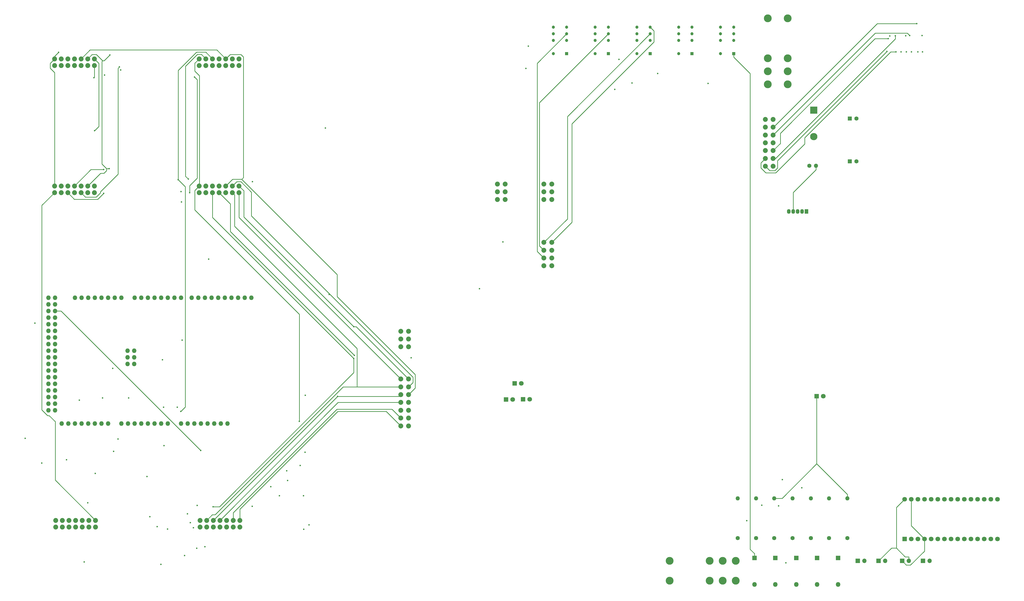
<source format=gbr>
G04 #@! TF.FileFunction,Copper,L4,Inr,Signal*
%FSLAX46Y46*%
G04 Gerber Fmt 4.6, Leading zero omitted, Abs format (unit mm)*
G04 Created by KiCad (PCBNEW 4.0.6) date 03/06/20 14:39:01*
%MOMM*%
%LPD*%
G01*
G04 APERTURE LIST*
%ADD10C,0.100000*%
%ADD11C,1.879600*%
%ADD12R,1.600000X1.600000*%
%ADD13C,1.600000*%
%ADD14R,1.800000X1.800000*%
%ADD15C,1.800000*%
%ADD16O,1.800000X1.800000*%
%ADD17R,2.800000X2.800000*%
%ADD18O,2.800000X2.800000*%
%ADD19R,1.200000X1.200000*%
%ADD20C,1.200000*%
%ADD21R,1.700000X1.700000*%
%ADD22O,1.700000X1.700000*%
%ADD23C,3.000000*%
%ADD24R,1.350000X1.800000*%
%ADD25O,1.350000X1.800000*%
%ADD26O,1.600000X1.600000*%
%ADD27O,1.727200X1.727200*%
%ADD28C,0.600000*%
%ADD29C,0.250000*%
G04 APERTURE END LIST*
D10*
D11*
X133400000Y-102400000D03*
X133400000Y-104940000D03*
X135940000Y-102400000D03*
X135940000Y-104940000D03*
X138480000Y-102400000D03*
X138480000Y-104940000D03*
X141020000Y-102400000D03*
X141020000Y-104940000D03*
X143560000Y-102400000D03*
X143560000Y-104940000D03*
X146100000Y-102400000D03*
X146100000Y-104940000D03*
X148640000Y-102400000D03*
X148640000Y-104940000D03*
X188800000Y-102400000D03*
X188800000Y-104940000D03*
X191340000Y-102400000D03*
X191340000Y-104940000D03*
X193880000Y-102400000D03*
X193880000Y-104940000D03*
X196420000Y-102400000D03*
X196420000Y-104940000D03*
X198960000Y-102400000D03*
X198960000Y-104940000D03*
X201500000Y-102400000D03*
X201500000Y-104940000D03*
X204040000Y-102400000D03*
X204040000Y-104940000D03*
X188800000Y-151200000D03*
X188800000Y-153740000D03*
X191340000Y-151200000D03*
X191340000Y-153740000D03*
X193880000Y-151200000D03*
X193880000Y-153740000D03*
X196420000Y-151200000D03*
X196420000Y-153740000D03*
X198960000Y-151200000D03*
X198960000Y-153740000D03*
X201500000Y-151200000D03*
X201500000Y-153740000D03*
X204040000Y-151200000D03*
X204040000Y-153740000D03*
X133400000Y-151200000D03*
X133400000Y-153740000D03*
X135940000Y-151200000D03*
X135940000Y-153740000D03*
X138480000Y-151200000D03*
X138480000Y-153740000D03*
X141020000Y-151200000D03*
X141020000Y-153740000D03*
X143560000Y-151200000D03*
X143560000Y-153740000D03*
X146100000Y-151200000D03*
X146100000Y-153740000D03*
X148640000Y-151200000D03*
X148640000Y-153740000D03*
X149100000Y-282000000D03*
X149100000Y-279460000D03*
X146560000Y-282000000D03*
X146560000Y-279460000D03*
X144020000Y-282000000D03*
X144020000Y-279460000D03*
X141480000Y-282000000D03*
X141480000Y-279460000D03*
X138940000Y-282000000D03*
X138940000Y-279460000D03*
X136400000Y-282000000D03*
X136400000Y-279460000D03*
X133860000Y-282000000D03*
X133860000Y-279460000D03*
X204343000Y-282000000D03*
X204343000Y-279460000D03*
X201803000Y-282000000D03*
X201803000Y-279460000D03*
X199263000Y-282000000D03*
X199263000Y-279460000D03*
X196723000Y-282000000D03*
X196723000Y-279460000D03*
X194183000Y-282000000D03*
X194183000Y-279460000D03*
X191643000Y-282000000D03*
X191643000Y-279460000D03*
X189103000Y-282000000D03*
X189103000Y-279460000D03*
D12*
X438000000Y-141707000D03*
D13*
X440500000Y-141707000D03*
D12*
X438000000Y-125273000D03*
D13*
X440500000Y-125273000D03*
D14*
X312852000Y-232995000D03*
D15*
X315392000Y-232995000D03*
D14*
X401444000Y-293832000D03*
D16*
X401444000Y-303992000D03*
D14*
X409444000Y-293832000D03*
D16*
X409444000Y-303992000D03*
D14*
X417444000Y-293832000D03*
D16*
X417444000Y-303992000D03*
D14*
X425444000Y-293832000D03*
D16*
X425444000Y-303992000D03*
D14*
X425298000Y-231800000D03*
D15*
X427838000Y-231800000D03*
D17*
X424155000Y-122072000D03*
D18*
X424155000Y-132232000D03*
D14*
X433444000Y-293832000D03*
D16*
X433444000Y-303992000D03*
D14*
X309601000Y-226924000D03*
D15*
X312141000Y-226924000D03*
D14*
X306350000Y-233071000D03*
D15*
X308890000Y-233071000D03*
D19*
X393540000Y-100450000D03*
D20*
X388460000Y-100450000D03*
X393540000Y-95370000D03*
X388460000Y-90290000D03*
X393540000Y-92830000D03*
X393540000Y-90290000D03*
X388460000Y-95370000D03*
X388460000Y-92830000D03*
D19*
X361540000Y-100450000D03*
D20*
X356460000Y-100450000D03*
X361540000Y-95370000D03*
X356460000Y-90290000D03*
X361540000Y-92830000D03*
X361540000Y-90290000D03*
X356460000Y-95370000D03*
X356460000Y-92830000D03*
D19*
X345540000Y-100450000D03*
D20*
X340460000Y-100450000D03*
X345540000Y-95370000D03*
X340460000Y-90290000D03*
X345540000Y-92830000D03*
X345540000Y-90290000D03*
X340460000Y-95370000D03*
X340460000Y-92830000D03*
D19*
X329540000Y-100450000D03*
D20*
X324460000Y-100450000D03*
X329540000Y-95370000D03*
X324460000Y-90290000D03*
X329540000Y-92830000D03*
X329540000Y-90290000D03*
X324460000Y-95370000D03*
X324460000Y-92830000D03*
D19*
X377540000Y-100450000D03*
D20*
X372460000Y-100450000D03*
X377540000Y-95370000D03*
X372460000Y-90290000D03*
X377540000Y-92830000D03*
X377540000Y-90290000D03*
X372460000Y-95370000D03*
X372460000Y-92830000D03*
D21*
X466000000Y-295000000D03*
D22*
X468540000Y-295000000D03*
D14*
X458927000Y-286588000D03*
D15*
X461467000Y-286588000D03*
X464007000Y-286588000D03*
X466547000Y-286588000D03*
X469087000Y-286588000D03*
X471627000Y-286588000D03*
X474167000Y-286588000D03*
X476707000Y-286588000D03*
X479247000Y-286588000D03*
X481787000Y-286588000D03*
X484327000Y-286588000D03*
X486867000Y-286588000D03*
X489407000Y-286588000D03*
X491947000Y-286588000D03*
X494487000Y-286588000D03*
X494487000Y-271348000D03*
X491947000Y-271348000D03*
X489407000Y-271348000D03*
X486867000Y-271348000D03*
X484327000Y-271348000D03*
X481787000Y-271348000D03*
X479247000Y-271348000D03*
X476707000Y-271348000D03*
X474167000Y-271348000D03*
X471627000Y-271348000D03*
X469087000Y-271348000D03*
X466547000Y-271348000D03*
X464007000Y-271348000D03*
X461467000Y-271348000D03*
X458927000Y-271348000D03*
D23*
X414198000Y-86842600D03*
X406578000Y-86842600D03*
X414198000Y-107162600D03*
X406578000Y-112162600D03*
X406578000Y-102162600D03*
X414198000Y-102162600D03*
X406578000Y-107162600D03*
X414198000Y-112162600D03*
D24*
X421361000Y-160934000D03*
D25*
X419661000Y-160934000D03*
X417961000Y-160934000D03*
X416261000Y-160934000D03*
X414561000Y-160934000D03*
D21*
X449000000Y-295000000D03*
D22*
X451540000Y-295000000D03*
D13*
X422453000Y-143408000D03*
D26*
X424993000Y-143408000D03*
D21*
X458000000Y-295000000D03*
D22*
X460540000Y-295000000D03*
D13*
X395039000Y-286236000D03*
D26*
X395039000Y-270996000D03*
D13*
X402039000Y-286236000D03*
D26*
X402039000Y-270996000D03*
D13*
X409039000Y-286236000D03*
D26*
X409039000Y-270996000D03*
D13*
X416039000Y-286236000D03*
D26*
X416039000Y-270996000D03*
D13*
X423039000Y-286236000D03*
D26*
X423039000Y-270996000D03*
D23*
X369000000Y-295000000D03*
X369000000Y-302620000D03*
X389320000Y-295000000D03*
X394320000Y-302620000D03*
X384320000Y-302620000D03*
X384320000Y-295000000D03*
X389320000Y-302620000D03*
X394320000Y-295000000D03*
D13*
X437039000Y-286236000D03*
D26*
X437039000Y-270996000D03*
D13*
X430039000Y-286236000D03*
D26*
X430039000Y-270996000D03*
D27*
X163932000Y-219456000D03*
X161392000Y-219456000D03*
X161392000Y-216916000D03*
X163932000Y-216916000D03*
X161392000Y-214376000D03*
X176759000Y-242316000D03*
X181839000Y-242316000D03*
X184379000Y-242316000D03*
X186919000Y-242316000D03*
X189459000Y-242316000D03*
X191999000Y-242316000D03*
X194539000Y-242316000D03*
X197079000Y-242316000D03*
X141199000Y-194056000D03*
X143739000Y-194056000D03*
X146279000Y-194056000D03*
X148819000Y-194056000D03*
X151359000Y-194056000D03*
X153899000Y-194056000D03*
X156439000Y-194056000D03*
X158979000Y-194056000D03*
X164059000Y-194056000D03*
X166599000Y-194056000D03*
X169139000Y-194056000D03*
X171679000Y-194056000D03*
X174219000Y-194056000D03*
X176759000Y-194056000D03*
X179299000Y-194056000D03*
X181839000Y-194056000D03*
X201143000Y-194056000D03*
X185903000Y-194056000D03*
X188443000Y-194056000D03*
X190983000Y-194056000D03*
X208763000Y-194056000D03*
X206223000Y-194056000D03*
X203683000Y-194056000D03*
X198603000Y-194056000D03*
X196063000Y-194056000D03*
X193523000Y-194056000D03*
X199619000Y-242316000D03*
X174219000Y-242316000D03*
X171679000Y-242316000D03*
X169139000Y-242316000D03*
X166599000Y-242316000D03*
X164059000Y-242316000D03*
X161519000Y-242316000D03*
X158979000Y-242316000D03*
X153899000Y-242316000D03*
X151359000Y-242316000D03*
X148819000Y-242316000D03*
X146279000Y-242316000D03*
X143739000Y-242316000D03*
X141199000Y-242316000D03*
X138659000Y-242316000D03*
X136119000Y-242316000D03*
X133579000Y-194056000D03*
X131039000Y-194056000D03*
X133579000Y-196596000D03*
X131039000Y-196596000D03*
X133579000Y-199136000D03*
X131039000Y-199136000D03*
X133579000Y-201676000D03*
X131039000Y-201676000D03*
X133579000Y-204216000D03*
X131039000Y-204216000D03*
X133579000Y-206756000D03*
X131039000Y-206756000D03*
X133579000Y-209296000D03*
X131039000Y-209296000D03*
X133579000Y-211836000D03*
X131039000Y-211836000D03*
X133579000Y-214376000D03*
X131039000Y-214376000D03*
X133579000Y-216916000D03*
X131039000Y-216916000D03*
X133579000Y-219456000D03*
X131039000Y-219456000D03*
X133579000Y-221996000D03*
X131039000Y-221996000D03*
X133579000Y-224536000D03*
X131039000Y-224536000D03*
X133579000Y-227076000D03*
X131039000Y-227076000D03*
X133579000Y-229616000D03*
X131039000Y-229616000D03*
X133579000Y-232156000D03*
X131039000Y-232156000D03*
X133579000Y-234696000D03*
X131039000Y-234696000D03*
X133579000Y-237236000D03*
X131039000Y-237236000D03*
X163932000Y-214376000D03*
D11*
X269000000Y-243200000D03*
X266002800Y-243200000D03*
X269000000Y-240202800D03*
X266002800Y-240202800D03*
X269000000Y-237205600D03*
X266002800Y-237205600D03*
X269000000Y-234208400D03*
X266002800Y-234208400D03*
X269000000Y-231211200D03*
X266002800Y-231211200D03*
X269000000Y-228214000D03*
X266002800Y-228214000D03*
X269000000Y-225216800D03*
X266002800Y-225216800D03*
X408600000Y-143600000D03*
X405602800Y-143600000D03*
X408600000Y-140602800D03*
X405602800Y-140602800D03*
X408600000Y-137605600D03*
X405602800Y-137605600D03*
X408600000Y-134608400D03*
X405602800Y-134608400D03*
X408600000Y-131611200D03*
X405602800Y-131611200D03*
X408600000Y-128614000D03*
X405602800Y-128614000D03*
X408600000Y-125616800D03*
X405602800Y-125616800D03*
X323800000Y-181800000D03*
X320802800Y-181800000D03*
X323800000Y-178802800D03*
X320802800Y-178802800D03*
X323800000Y-175805600D03*
X320802800Y-175805600D03*
X323800000Y-172808400D03*
X320802800Y-172808400D03*
X323800000Y-156400000D03*
X320802800Y-156400000D03*
X323800000Y-153402800D03*
X320802800Y-153402800D03*
X323800000Y-150405600D03*
X320802800Y-150405600D03*
X306000000Y-156400000D03*
X303002800Y-156400000D03*
X306000000Y-153402800D03*
X303002800Y-153402800D03*
X306000000Y-150405600D03*
X303002800Y-150405600D03*
X268986000Y-212877000D03*
X265988800Y-212877000D03*
X268986000Y-209879800D03*
X265988800Y-209879800D03*
X268986000Y-206882600D03*
X265988800Y-206882600D03*
D21*
X441000000Y-295000000D03*
D22*
X443540000Y-295000000D03*
D28*
X125920500Y-203758800D03*
X412165800Y-263804400D03*
X419595300Y-266966700D03*
X364426500Y-107988100D03*
X237109000Y-128905000D03*
X410743400Y-273850100D03*
X404291800Y-273634200D03*
X398538700Y-279565100D03*
X134945200Y-99877600D03*
X227162100Y-241425000D03*
X190995300Y-289572700D03*
X187011900Y-109359200D03*
X185146300Y-153740000D03*
X227457000Y-258356100D03*
X222656400Y-264147300D03*
X209092800Y-274053300D03*
X172721100Y-281852500D03*
X184611800Y-148533300D03*
X184332800Y-276936600D03*
X181877800Y-153365700D03*
X137972800Y-256209800D03*
X156019500Y-252984000D03*
X175323500Y-250761500D03*
X181733500Y-237656400D03*
X176666600Y-282740400D03*
X180757800Y-148776600D03*
X194087400Y-274196400D03*
X152205100Y-153972600D03*
X248016400Y-217370800D03*
X152565500Y-108600600D03*
X158732300Y-106705500D03*
X228739700Y-269989300D03*
X219532200Y-269989300D03*
X169875200Y-278053800D03*
X185407300Y-280327100D03*
X152250800Y-144882700D03*
X209179500Y-149520600D03*
X146101700Y-272691300D03*
X248240500Y-216144900D03*
X182055900Y-157340800D03*
X187833000Y-290131500D03*
X174155100Y-296303700D03*
X229387400Y-253301500D03*
X222338900Y-260438900D03*
X216204800Y-266547600D03*
X188009900Y-273732600D03*
X158266000Y-105504200D03*
X241755400Y-231858300D03*
X229441600Y-231513100D03*
X186563000Y-282282900D03*
X154338500Y-144497200D03*
X154581100Y-100895900D03*
X238587800Y-192740700D03*
X144780000Y-295376600D03*
X247956900Y-205127000D03*
X148770700Y-129919200D03*
X148522900Y-109596100D03*
X453324500Y-93593400D03*
X452214200Y-99533900D03*
X455384800Y-93533100D03*
X455634000Y-99721900D03*
X452684300Y-94679000D03*
X457634000Y-99760300D03*
X459381400Y-93536500D03*
X459634000Y-99727400D03*
X460953300Y-93487800D03*
X461569200Y-99720000D03*
X463634000Y-88881100D03*
X464037400Y-99726800D03*
X465634000Y-93461000D03*
X465817400Y-99717300D03*
X180378100Y-236004100D03*
X269976600Y-217055700D03*
X305104800Y-172669200D03*
X192405000Y-179197000D03*
X142887700Y-233299000D03*
X151815800Y-232524300D03*
X296189400Y-190538100D03*
X161772600Y-232524300D03*
X128473200Y-257429000D03*
X182277300Y-210317700D03*
X174774000Y-217821000D03*
X313944000Y-106045000D03*
X314833000Y-97536000D03*
X354609400Y-111709200D03*
X349618300Y-102590600D03*
X383667000Y-111861600D03*
X347980000Y-114147600D03*
X189349400Y-252619900D03*
X413537400Y-295719500D03*
X122148600Y-247942100D03*
X183235600Y-292925500D03*
X175196500Y-236042200D03*
X155663900Y-221183200D03*
X148996200Y-261434300D03*
X230898700Y-281190700D03*
X157695900Y-248221500D03*
X168783000Y-262610600D03*
X228854000Y-282829000D03*
D29*
X459165700Y-293424700D02*
X460540000Y-293424700D01*
X455793900Y-290052900D02*
X459165700Y-293424700D01*
X453947100Y-290052900D02*
X455793900Y-290052900D01*
X449000000Y-295000000D02*
X453947100Y-290052900D01*
X455793900Y-274481100D02*
X458927000Y-271348000D01*
X455793900Y-290052900D02*
X455793900Y-274481100D01*
X460540000Y-295000000D02*
X460540000Y-293424700D01*
X416261000Y-153665300D02*
X416261000Y-160934000D01*
X424993000Y-144933300D02*
X416261000Y-153665300D01*
X424993000Y-143408000D02*
X424993000Y-144933300D01*
X399818700Y-108054000D02*
X393540000Y-101775300D01*
X399818700Y-290581400D02*
X399818700Y-108054000D01*
X401444000Y-292206700D02*
X399818700Y-290581400D01*
X401444000Y-293832000D02*
X401444000Y-292206700D01*
X393540000Y-100450000D02*
X393540000Y-101775300D01*
X131704300Y-104095700D02*
X133400000Y-102400000D01*
X131704300Y-105955900D02*
X131704300Y-104095700D01*
X133400000Y-107651600D02*
X131704300Y-105955900D01*
X133400000Y-151200000D02*
X133400000Y-107651600D01*
X133400000Y-101422800D02*
X133400000Y-102400000D01*
X134945200Y-99877600D02*
X133400000Y-101422800D01*
X187121000Y-104079000D02*
X188800000Y-102400000D01*
X187121000Y-107092500D02*
X187121000Y-104079000D01*
X188893500Y-108865000D02*
X187121000Y-107092500D01*
X188893500Y-151106500D02*
X188893500Y-108865000D01*
X188800000Y-151200000D02*
X188893500Y-151106500D01*
X187102300Y-152897700D02*
X188800000Y-151200000D01*
X187102300Y-160374700D02*
X187102300Y-152897700D01*
X227162100Y-200434500D02*
X187102300Y-160374700D01*
X227162100Y-241425000D02*
X227162100Y-200434500D01*
X204343000Y-275202200D02*
X204343000Y-279460000D01*
X266002800Y-243200000D02*
X260446200Y-237643400D01*
X260446200Y-237643400D02*
X241901800Y-237643400D01*
X241901800Y-237643400D02*
X204343000Y-275202200D01*
X128543400Y-158596600D02*
X133400000Y-153740000D01*
X128543400Y-237049500D02*
X128543400Y-158596600D01*
X130749200Y-239255300D02*
X128543400Y-237049500D01*
X131339900Y-239255300D02*
X130749200Y-239255300D01*
X133661500Y-241576900D02*
X131339900Y-239255300D01*
X133661500Y-264021500D02*
X133661500Y-241576900D01*
X149100000Y-279460000D02*
X133661500Y-264021500D01*
X185146300Y-151005000D02*
X185146300Y-153740000D01*
X188029200Y-148122100D02*
X185146300Y-151005000D01*
X188029200Y-110376500D02*
X188029200Y-148122100D01*
X187011900Y-109359200D02*
X188029200Y-110376500D01*
X183551700Y-147473200D02*
X184611800Y-148533300D01*
X183551700Y-105272800D02*
X183551700Y-147473200D01*
X188132200Y-100692300D02*
X183551700Y-105272800D01*
X189632300Y-100692300D02*
X188132200Y-100692300D01*
X191340000Y-102400000D02*
X189632300Y-100692300D01*
X201803000Y-276539600D02*
X201803000Y-279460000D01*
X241549500Y-236793100D02*
X201803000Y-276539600D01*
X262593100Y-236793100D02*
X241549500Y-236793100D01*
X266002800Y-240202800D02*
X262593100Y-236793100D01*
X183449300Y-235940600D02*
X181733500Y-237656400D01*
X180757800Y-148776600D02*
X183449300Y-151468100D01*
X183449300Y-151468100D02*
X183449300Y-235940600D01*
X180757800Y-106864000D02*
X180757800Y-148776600D01*
X187779900Y-99841900D02*
X180757800Y-106864000D01*
X191321900Y-99841900D02*
X187779900Y-99841900D01*
X193880000Y-102400000D02*
X191321900Y-99841900D01*
X193880000Y-163234400D02*
X193880000Y-153740000D01*
X248016400Y-217370800D02*
X193880000Y-163234400D01*
X149921100Y-156256600D02*
X152205100Y-153972600D01*
X140996600Y-156256600D02*
X149921100Y-156256600D01*
X138480000Y-153740000D02*
X140996600Y-156256600D01*
X194087400Y-274196300D02*
X194087400Y-274196400D01*
X196546800Y-274196300D02*
X194087400Y-274196300D01*
X248016400Y-222726700D02*
X196546800Y-274196300D01*
X248016400Y-217370800D02*
X248016400Y-222726700D01*
X147337300Y-144882700D02*
X152250800Y-144882700D01*
X141020000Y-151200000D02*
X147337300Y-144882700D01*
X241974600Y-234208400D02*
X196723000Y-279460000D01*
X266002800Y-234208400D02*
X241974600Y-234208400D01*
X200752700Y-168657100D02*
X248240500Y-216144900D01*
X200752700Y-158072700D02*
X200752700Y-168657100D01*
X196420000Y-153740000D02*
X200752700Y-158072700D01*
X146988900Y-98971100D02*
X143560000Y-102400000D01*
X195531100Y-98971100D02*
X146988900Y-98971100D01*
X198960000Y-102400000D02*
X195531100Y-98971100D01*
X241595800Y-185135000D02*
X205077700Y-148616900D01*
X269000000Y-231211200D02*
X271525700Y-228685500D01*
X271525700Y-228685500D02*
X271525700Y-223519600D01*
X271525700Y-223519600D02*
X241595800Y-193589700D01*
X241595800Y-193589700D02*
X241595800Y-185135000D01*
X201543100Y-148616900D02*
X205077700Y-148616900D01*
X198960000Y-151200000D02*
X201543100Y-148616900D01*
X200640900Y-100719100D02*
X198960000Y-102400000D01*
X204760100Y-100719100D02*
X200640900Y-100719100D01*
X205715000Y-101674000D02*
X204760100Y-100719100D01*
X205715000Y-147979600D02*
X205715000Y-101674000D01*
X205077700Y-148616900D02*
X205715000Y-147979600D01*
X145226200Y-155406200D02*
X143560000Y-153740000D01*
X149379000Y-155406200D02*
X145226200Y-155406200D01*
X150948400Y-153836800D02*
X149379000Y-155406200D01*
X150948400Y-153436600D02*
X150948400Y-153836800D01*
X157707000Y-146678000D02*
X150948400Y-153436600D01*
X157707000Y-106063200D02*
X157707000Y-146678000D01*
X158266000Y-105504200D02*
X157707000Y-106063200D01*
X241755400Y-231887600D02*
X241755400Y-231858300D01*
X194183000Y-279460000D02*
X241755400Y-231887600D01*
X265355700Y-231858300D02*
X266002800Y-231211200D01*
X241755400Y-231858300D02*
X265355700Y-231858300D01*
X151044500Y-146255500D02*
X146100000Y-151200000D01*
X152328200Y-146255500D02*
X151044500Y-146255500D01*
X153320500Y-145263200D02*
X152328200Y-146255500D01*
X153320500Y-144497200D02*
X153320500Y-145263200D01*
X154338500Y-144497200D02*
X153320500Y-144497200D01*
X152365400Y-103111600D02*
X154581100Y-100895900D01*
X151760400Y-103111600D02*
X152365400Y-103111600D01*
X149383400Y-100734600D02*
X151760400Y-103111600D01*
X147765400Y-100734600D02*
X149383400Y-100734600D01*
X146100000Y-102400000D02*
X147765400Y-100734600D01*
X151540200Y-142716900D02*
X153320500Y-144497200D01*
X151540200Y-103331800D02*
X151540200Y-142716900D01*
X151760400Y-103111600D02*
X151540200Y-103331800D01*
X270675300Y-224537100D02*
X238733400Y-192595100D01*
X270675300Y-226538700D02*
X270675300Y-224537100D01*
X269000000Y-228214000D02*
X270675300Y-226538700D01*
X203178000Y-149522000D02*
X201500000Y-151200000D01*
X204780100Y-149522000D02*
X203178000Y-149522000D01*
X208813600Y-153555500D02*
X204780100Y-149522000D01*
X208813600Y-162675400D02*
X208813600Y-153555500D01*
X238733400Y-192595100D02*
X208813600Y-162675400D01*
X238587800Y-192740700D02*
X238733400Y-192595100D01*
X202374800Y-154614800D02*
X201500000Y-153740000D01*
X202374800Y-166609000D02*
X202374800Y-154614800D01*
X249273400Y-213507600D02*
X202374800Y-166609000D01*
X249273400Y-228214000D02*
X249273400Y-213507600D01*
X266002800Y-228214000D02*
X249273400Y-228214000D01*
X193804600Y-277298400D02*
X191643000Y-279460000D01*
X194865400Y-277298400D02*
X193804600Y-277298400D01*
X243949800Y-228214000D02*
X194865400Y-277298400D01*
X249273400Y-228214000D02*
X243949800Y-228214000D01*
X248910200Y-205127000D02*
X269000000Y-225216800D01*
X247956900Y-205127000D02*
X248910200Y-205127000D01*
X205855300Y-153015300D02*
X204040000Y-151200000D01*
X205855400Y-153015300D02*
X205855300Y-153015300D01*
X205855400Y-163025500D02*
X205855400Y-153015300D01*
X247956900Y-205127000D02*
X205855400Y-163025500D01*
X150342200Y-128347700D02*
X148770700Y-129919200D01*
X150342200Y-104102200D02*
X150342200Y-128347700D01*
X148640000Y-102400000D02*
X150342200Y-104102200D01*
X204040000Y-163254000D02*
X204040000Y-153740000D01*
X266002800Y-225216800D02*
X204040000Y-163254000D01*
X148640000Y-109479000D02*
X148640000Y-104940000D01*
X148522900Y-109596100D02*
X148640000Y-109479000D01*
X410265200Y-141482900D02*
X452214200Y-99533900D01*
X410265200Y-144290500D02*
X410265200Y-141482900D01*
X409247000Y-145308700D02*
X410265200Y-144290500D01*
X407311500Y-145308700D02*
X409247000Y-145308700D01*
X405602800Y-143600000D02*
X407311500Y-145308700D01*
X409479000Y-140602800D02*
X408600000Y-140602800D01*
X455384800Y-94697000D02*
X409479000Y-140602800D01*
X455384800Y-93533100D02*
X455384800Y-94697000D01*
X453653500Y-99721900D02*
X455634000Y-99721900D01*
X420713200Y-132662200D02*
X453653500Y-99721900D01*
X420713200Y-135045200D02*
X420713200Y-132662200D01*
X409599300Y-146159100D02*
X420713200Y-135045200D01*
X405795800Y-146159100D02*
X409599300Y-146159100D01*
X403917500Y-144280800D02*
X405795800Y-146159100D01*
X403917500Y-142288100D02*
X403917500Y-144280800D01*
X405602800Y-140602800D02*
X403917500Y-142288100D01*
X447646900Y-94679000D02*
X452684300Y-94679000D01*
X411373000Y-130952900D02*
X447646900Y-94679000D01*
X411373000Y-134832600D02*
X411373000Y-130952900D01*
X408600000Y-137605600D02*
X411373000Y-134832600D01*
X459973300Y-92507800D02*
X460953300Y-93487800D01*
X447703400Y-92507800D02*
X459973300Y-92507800D01*
X408600000Y-131611200D02*
X447703400Y-92507800D01*
X448451600Y-88881100D02*
X463634000Y-88881100D01*
X408718700Y-128614000D02*
X448451600Y-88881100D01*
X408600000Y-128614000D02*
X408718700Y-128614000D01*
X318276600Y-104093400D02*
X329540000Y-92830000D01*
X318276600Y-176276600D02*
X318276600Y-104093400D01*
X320802800Y-178802800D02*
X318276600Y-176276600D01*
X319127000Y-119243000D02*
X345540000Y-92830000D01*
X319127000Y-174129800D02*
X319127000Y-119243000D01*
X320802800Y-175805600D02*
X319127000Y-174129800D01*
X362952700Y-91702700D02*
X361540000Y-90290000D01*
X362952700Y-95885500D02*
X362952700Y-91702700D01*
X331519900Y-127318300D02*
X362952700Y-95885500D01*
X331519900Y-165088500D02*
X331519900Y-127318300D01*
X323800000Y-172808400D02*
X331519900Y-165088500D01*
X329819300Y-124550700D02*
X361540000Y-92830000D01*
X329819300Y-163791900D02*
X329819300Y-124550700D01*
X320802800Y-172808400D02*
X329819300Y-163791900D01*
X135865500Y-199136000D02*
X189349400Y-252619900D01*
X133579000Y-199136000D02*
X135865500Y-199136000D01*
X437039000Y-270996000D02*
X437039000Y-269470700D01*
X412031700Y-270996000D02*
X409039000Y-270996000D01*
X425298000Y-257729700D02*
X412031700Y-270996000D01*
X437039000Y-269470700D02*
X425298000Y-257729700D01*
X425298000Y-257729700D02*
X425298000Y-231800000D01*
X466547000Y-291224900D02*
X466547000Y-286588000D01*
X461186500Y-296585400D02*
X466547000Y-291224900D01*
X459585400Y-296585400D02*
X461186500Y-296585400D01*
X458000000Y-295000000D02*
X459585400Y-296585400D01*
X461467000Y-281508000D02*
X466547000Y-286588000D01*
X461467000Y-271348000D02*
X461467000Y-281508000D01*
X369000000Y-295000000D02*
X368838000Y-295162000D01*
M02*

</source>
